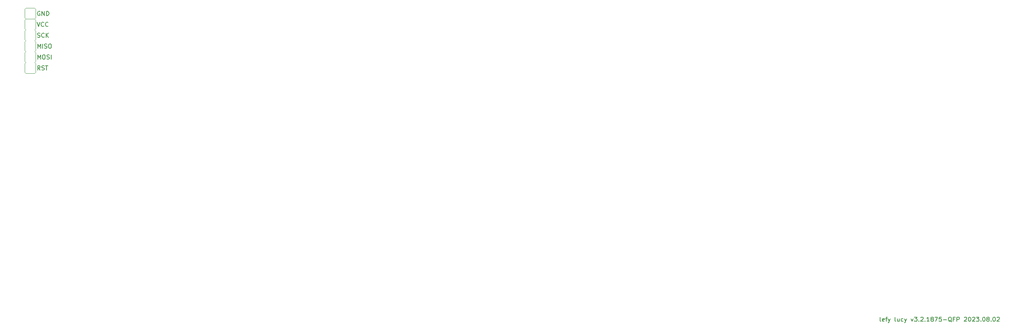
<source format=gbr>
%TF.GenerationSoftware,KiCad,Pcbnew,7.0.1-0*%
%TF.CreationDate,2023-08-02T22:10:15-05:00*%
%TF.ProjectId,pcb,7063622e-6b69-4636-9164-5f7063625858,rev?*%
%TF.SameCoordinates,Original*%
%TF.FileFunction,Legend,Top*%
%TF.FilePolarity,Positive*%
%FSLAX46Y46*%
G04 Gerber Fmt 4.6, Leading zero omitted, Abs format (unit mm)*
G04 Created by KiCad (PCBNEW 7.0.1-0) date 2023-08-02 22:10:15*
%MOMM*%
%LPD*%
G01*
G04 APERTURE LIST*
%ADD10C,0.150000*%
%ADD11C,0.120000*%
G04 APERTURE END LIST*
D10*
X248805952Y-94902619D02*
X248710714Y-94855000D01*
X248710714Y-94855000D02*
X248663095Y-94759761D01*
X248663095Y-94759761D02*
X248663095Y-93902619D01*
X249567857Y-94855000D02*
X249472619Y-94902619D01*
X249472619Y-94902619D02*
X249282143Y-94902619D01*
X249282143Y-94902619D02*
X249186905Y-94855000D01*
X249186905Y-94855000D02*
X249139286Y-94759761D01*
X249139286Y-94759761D02*
X249139286Y-94378809D01*
X249139286Y-94378809D02*
X249186905Y-94283571D01*
X249186905Y-94283571D02*
X249282143Y-94235952D01*
X249282143Y-94235952D02*
X249472619Y-94235952D01*
X249472619Y-94235952D02*
X249567857Y-94283571D01*
X249567857Y-94283571D02*
X249615476Y-94378809D01*
X249615476Y-94378809D02*
X249615476Y-94474047D01*
X249615476Y-94474047D02*
X249139286Y-94569285D01*
X249901191Y-94235952D02*
X250282143Y-94235952D01*
X250044048Y-94902619D02*
X250044048Y-94045476D01*
X250044048Y-94045476D02*
X250091667Y-93950238D01*
X250091667Y-93950238D02*
X250186905Y-93902619D01*
X250186905Y-93902619D02*
X250282143Y-93902619D01*
X250520239Y-94235952D02*
X250758334Y-94902619D01*
X250996429Y-94235952D02*
X250758334Y-94902619D01*
X250758334Y-94902619D02*
X250663096Y-95140714D01*
X250663096Y-95140714D02*
X250615477Y-95188333D01*
X250615477Y-95188333D02*
X250520239Y-95235952D01*
X252282144Y-94902619D02*
X252186906Y-94855000D01*
X252186906Y-94855000D02*
X252139287Y-94759761D01*
X252139287Y-94759761D02*
X252139287Y-93902619D01*
X253091668Y-94235952D02*
X253091668Y-94902619D01*
X252663097Y-94235952D02*
X252663097Y-94759761D01*
X252663097Y-94759761D02*
X252710716Y-94855000D01*
X252710716Y-94855000D02*
X252805954Y-94902619D01*
X252805954Y-94902619D02*
X252948811Y-94902619D01*
X252948811Y-94902619D02*
X253044049Y-94855000D01*
X253044049Y-94855000D02*
X253091668Y-94807380D01*
X253996430Y-94855000D02*
X253901192Y-94902619D01*
X253901192Y-94902619D02*
X253710716Y-94902619D01*
X253710716Y-94902619D02*
X253615478Y-94855000D01*
X253615478Y-94855000D02*
X253567859Y-94807380D01*
X253567859Y-94807380D02*
X253520240Y-94712142D01*
X253520240Y-94712142D02*
X253520240Y-94426428D01*
X253520240Y-94426428D02*
X253567859Y-94331190D01*
X253567859Y-94331190D02*
X253615478Y-94283571D01*
X253615478Y-94283571D02*
X253710716Y-94235952D01*
X253710716Y-94235952D02*
X253901192Y-94235952D01*
X253901192Y-94235952D02*
X253996430Y-94283571D01*
X254329764Y-94235952D02*
X254567859Y-94902619D01*
X254805954Y-94235952D02*
X254567859Y-94902619D01*
X254567859Y-94902619D02*
X254472621Y-95140714D01*
X254472621Y-95140714D02*
X254425002Y-95188333D01*
X254425002Y-95188333D02*
X254329764Y-95235952D01*
X255853574Y-94235952D02*
X256091669Y-94902619D01*
X256091669Y-94902619D02*
X256329764Y-94235952D01*
X256615479Y-93902619D02*
X257234526Y-93902619D01*
X257234526Y-93902619D02*
X256901193Y-94283571D01*
X256901193Y-94283571D02*
X257044050Y-94283571D01*
X257044050Y-94283571D02*
X257139288Y-94331190D01*
X257139288Y-94331190D02*
X257186907Y-94378809D01*
X257186907Y-94378809D02*
X257234526Y-94474047D01*
X257234526Y-94474047D02*
X257234526Y-94712142D01*
X257234526Y-94712142D02*
X257186907Y-94807380D01*
X257186907Y-94807380D02*
X257139288Y-94855000D01*
X257139288Y-94855000D02*
X257044050Y-94902619D01*
X257044050Y-94902619D02*
X256758336Y-94902619D01*
X256758336Y-94902619D02*
X256663098Y-94855000D01*
X256663098Y-94855000D02*
X256615479Y-94807380D01*
X257663098Y-94807380D02*
X257710717Y-94855000D01*
X257710717Y-94855000D02*
X257663098Y-94902619D01*
X257663098Y-94902619D02*
X257615479Y-94855000D01*
X257615479Y-94855000D02*
X257663098Y-94807380D01*
X257663098Y-94807380D02*
X257663098Y-94902619D01*
X258091669Y-93997857D02*
X258139288Y-93950238D01*
X258139288Y-93950238D02*
X258234526Y-93902619D01*
X258234526Y-93902619D02*
X258472621Y-93902619D01*
X258472621Y-93902619D02*
X258567859Y-93950238D01*
X258567859Y-93950238D02*
X258615478Y-93997857D01*
X258615478Y-93997857D02*
X258663097Y-94093095D01*
X258663097Y-94093095D02*
X258663097Y-94188333D01*
X258663097Y-94188333D02*
X258615478Y-94331190D01*
X258615478Y-94331190D02*
X258044050Y-94902619D01*
X258044050Y-94902619D02*
X258663097Y-94902619D01*
X259091669Y-94807380D02*
X259139288Y-94855000D01*
X259139288Y-94855000D02*
X259091669Y-94902619D01*
X259091669Y-94902619D02*
X259044050Y-94855000D01*
X259044050Y-94855000D02*
X259091669Y-94807380D01*
X259091669Y-94807380D02*
X259091669Y-94902619D01*
X260091668Y-94902619D02*
X259520240Y-94902619D01*
X259805954Y-94902619D02*
X259805954Y-93902619D01*
X259805954Y-93902619D02*
X259710716Y-94045476D01*
X259710716Y-94045476D02*
X259615478Y-94140714D01*
X259615478Y-94140714D02*
X259520240Y-94188333D01*
X260663097Y-94331190D02*
X260567859Y-94283571D01*
X260567859Y-94283571D02*
X260520240Y-94235952D01*
X260520240Y-94235952D02*
X260472621Y-94140714D01*
X260472621Y-94140714D02*
X260472621Y-94093095D01*
X260472621Y-94093095D02*
X260520240Y-93997857D01*
X260520240Y-93997857D02*
X260567859Y-93950238D01*
X260567859Y-93950238D02*
X260663097Y-93902619D01*
X260663097Y-93902619D02*
X260853573Y-93902619D01*
X260853573Y-93902619D02*
X260948811Y-93950238D01*
X260948811Y-93950238D02*
X260996430Y-93997857D01*
X260996430Y-93997857D02*
X261044049Y-94093095D01*
X261044049Y-94093095D02*
X261044049Y-94140714D01*
X261044049Y-94140714D02*
X260996430Y-94235952D01*
X260996430Y-94235952D02*
X260948811Y-94283571D01*
X260948811Y-94283571D02*
X260853573Y-94331190D01*
X260853573Y-94331190D02*
X260663097Y-94331190D01*
X260663097Y-94331190D02*
X260567859Y-94378809D01*
X260567859Y-94378809D02*
X260520240Y-94426428D01*
X260520240Y-94426428D02*
X260472621Y-94521666D01*
X260472621Y-94521666D02*
X260472621Y-94712142D01*
X260472621Y-94712142D02*
X260520240Y-94807380D01*
X260520240Y-94807380D02*
X260567859Y-94855000D01*
X260567859Y-94855000D02*
X260663097Y-94902619D01*
X260663097Y-94902619D02*
X260853573Y-94902619D01*
X260853573Y-94902619D02*
X260948811Y-94855000D01*
X260948811Y-94855000D02*
X260996430Y-94807380D01*
X260996430Y-94807380D02*
X261044049Y-94712142D01*
X261044049Y-94712142D02*
X261044049Y-94521666D01*
X261044049Y-94521666D02*
X260996430Y-94426428D01*
X260996430Y-94426428D02*
X260948811Y-94378809D01*
X260948811Y-94378809D02*
X260853573Y-94331190D01*
X261377383Y-93902619D02*
X262044049Y-93902619D01*
X262044049Y-93902619D02*
X261615478Y-94902619D01*
X262901192Y-93902619D02*
X262425002Y-93902619D01*
X262425002Y-93902619D02*
X262377383Y-94378809D01*
X262377383Y-94378809D02*
X262425002Y-94331190D01*
X262425002Y-94331190D02*
X262520240Y-94283571D01*
X262520240Y-94283571D02*
X262758335Y-94283571D01*
X262758335Y-94283571D02*
X262853573Y-94331190D01*
X262853573Y-94331190D02*
X262901192Y-94378809D01*
X262901192Y-94378809D02*
X262948811Y-94474047D01*
X262948811Y-94474047D02*
X262948811Y-94712142D01*
X262948811Y-94712142D02*
X262901192Y-94807380D01*
X262901192Y-94807380D02*
X262853573Y-94855000D01*
X262853573Y-94855000D02*
X262758335Y-94902619D01*
X262758335Y-94902619D02*
X262520240Y-94902619D01*
X262520240Y-94902619D02*
X262425002Y-94855000D01*
X262425002Y-94855000D02*
X262377383Y-94807380D01*
X263377383Y-94521666D02*
X264139288Y-94521666D01*
X265282144Y-94997857D02*
X265186906Y-94950238D01*
X265186906Y-94950238D02*
X265091668Y-94855000D01*
X265091668Y-94855000D02*
X264948811Y-94712142D01*
X264948811Y-94712142D02*
X264853573Y-94664523D01*
X264853573Y-94664523D02*
X264758335Y-94664523D01*
X264805954Y-94902619D02*
X264710716Y-94855000D01*
X264710716Y-94855000D02*
X264615478Y-94759761D01*
X264615478Y-94759761D02*
X264567859Y-94569285D01*
X264567859Y-94569285D02*
X264567859Y-94235952D01*
X264567859Y-94235952D02*
X264615478Y-94045476D01*
X264615478Y-94045476D02*
X264710716Y-93950238D01*
X264710716Y-93950238D02*
X264805954Y-93902619D01*
X264805954Y-93902619D02*
X264996430Y-93902619D01*
X264996430Y-93902619D02*
X265091668Y-93950238D01*
X265091668Y-93950238D02*
X265186906Y-94045476D01*
X265186906Y-94045476D02*
X265234525Y-94235952D01*
X265234525Y-94235952D02*
X265234525Y-94569285D01*
X265234525Y-94569285D02*
X265186906Y-94759761D01*
X265186906Y-94759761D02*
X265091668Y-94855000D01*
X265091668Y-94855000D02*
X264996430Y-94902619D01*
X264996430Y-94902619D02*
X264805954Y-94902619D01*
X265996430Y-94378809D02*
X265663097Y-94378809D01*
X265663097Y-94902619D02*
X265663097Y-93902619D01*
X265663097Y-93902619D02*
X266139287Y-93902619D01*
X266520240Y-94902619D02*
X266520240Y-93902619D01*
X266520240Y-93902619D02*
X266901192Y-93902619D01*
X266901192Y-93902619D02*
X266996430Y-93950238D01*
X266996430Y-93950238D02*
X267044049Y-93997857D01*
X267044049Y-93997857D02*
X267091668Y-94093095D01*
X267091668Y-94093095D02*
X267091668Y-94235952D01*
X267091668Y-94235952D02*
X267044049Y-94331190D01*
X267044049Y-94331190D02*
X266996430Y-94378809D01*
X266996430Y-94378809D02*
X266901192Y-94426428D01*
X266901192Y-94426428D02*
X266520240Y-94426428D01*
X268234526Y-93997857D02*
X268282145Y-93950238D01*
X268282145Y-93950238D02*
X268377383Y-93902619D01*
X268377383Y-93902619D02*
X268615478Y-93902619D01*
X268615478Y-93902619D02*
X268710716Y-93950238D01*
X268710716Y-93950238D02*
X268758335Y-93997857D01*
X268758335Y-93997857D02*
X268805954Y-94093095D01*
X268805954Y-94093095D02*
X268805954Y-94188333D01*
X268805954Y-94188333D02*
X268758335Y-94331190D01*
X268758335Y-94331190D02*
X268186907Y-94902619D01*
X268186907Y-94902619D02*
X268805954Y-94902619D01*
X269425002Y-93902619D02*
X269520240Y-93902619D01*
X269520240Y-93902619D02*
X269615478Y-93950238D01*
X269615478Y-93950238D02*
X269663097Y-93997857D01*
X269663097Y-93997857D02*
X269710716Y-94093095D01*
X269710716Y-94093095D02*
X269758335Y-94283571D01*
X269758335Y-94283571D02*
X269758335Y-94521666D01*
X269758335Y-94521666D02*
X269710716Y-94712142D01*
X269710716Y-94712142D02*
X269663097Y-94807380D01*
X269663097Y-94807380D02*
X269615478Y-94855000D01*
X269615478Y-94855000D02*
X269520240Y-94902619D01*
X269520240Y-94902619D02*
X269425002Y-94902619D01*
X269425002Y-94902619D02*
X269329764Y-94855000D01*
X269329764Y-94855000D02*
X269282145Y-94807380D01*
X269282145Y-94807380D02*
X269234526Y-94712142D01*
X269234526Y-94712142D02*
X269186907Y-94521666D01*
X269186907Y-94521666D02*
X269186907Y-94283571D01*
X269186907Y-94283571D02*
X269234526Y-94093095D01*
X269234526Y-94093095D02*
X269282145Y-93997857D01*
X269282145Y-93997857D02*
X269329764Y-93950238D01*
X269329764Y-93950238D02*
X269425002Y-93902619D01*
X270139288Y-93997857D02*
X270186907Y-93950238D01*
X270186907Y-93950238D02*
X270282145Y-93902619D01*
X270282145Y-93902619D02*
X270520240Y-93902619D01*
X270520240Y-93902619D02*
X270615478Y-93950238D01*
X270615478Y-93950238D02*
X270663097Y-93997857D01*
X270663097Y-93997857D02*
X270710716Y-94093095D01*
X270710716Y-94093095D02*
X270710716Y-94188333D01*
X270710716Y-94188333D02*
X270663097Y-94331190D01*
X270663097Y-94331190D02*
X270091669Y-94902619D01*
X270091669Y-94902619D02*
X270710716Y-94902619D01*
X271044050Y-93902619D02*
X271663097Y-93902619D01*
X271663097Y-93902619D02*
X271329764Y-94283571D01*
X271329764Y-94283571D02*
X271472621Y-94283571D01*
X271472621Y-94283571D02*
X271567859Y-94331190D01*
X271567859Y-94331190D02*
X271615478Y-94378809D01*
X271615478Y-94378809D02*
X271663097Y-94474047D01*
X271663097Y-94474047D02*
X271663097Y-94712142D01*
X271663097Y-94712142D02*
X271615478Y-94807380D01*
X271615478Y-94807380D02*
X271567859Y-94855000D01*
X271567859Y-94855000D02*
X271472621Y-94902619D01*
X271472621Y-94902619D02*
X271186907Y-94902619D01*
X271186907Y-94902619D02*
X271091669Y-94855000D01*
X271091669Y-94855000D02*
X271044050Y-94807380D01*
X272091669Y-94807380D02*
X272139288Y-94855000D01*
X272139288Y-94855000D02*
X272091669Y-94902619D01*
X272091669Y-94902619D02*
X272044050Y-94855000D01*
X272044050Y-94855000D02*
X272091669Y-94807380D01*
X272091669Y-94807380D02*
X272091669Y-94902619D01*
X272758335Y-93902619D02*
X272853573Y-93902619D01*
X272853573Y-93902619D02*
X272948811Y-93950238D01*
X272948811Y-93950238D02*
X272996430Y-93997857D01*
X272996430Y-93997857D02*
X273044049Y-94093095D01*
X273044049Y-94093095D02*
X273091668Y-94283571D01*
X273091668Y-94283571D02*
X273091668Y-94521666D01*
X273091668Y-94521666D02*
X273044049Y-94712142D01*
X273044049Y-94712142D02*
X272996430Y-94807380D01*
X272996430Y-94807380D02*
X272948811Y-94855000D01*
X272948811Y-94855000D02*
X272853573Y-94902619D01*
X272853573Y-94902619D02*
X272758335Y-94902619D01*
X272758335Y-94902619D02*
X272663097Y-94855000D01*
X272663097Y-94855000D02*
X272615478Y-94807380D01*
X272615478Y-94807380D02*
X272567859Y-94712142D01*
X272567859Y-94712142D02*
X272520240Y-94521666D01*
X272520240Y-94521666D02*
X272520240Y-94283571D01*
X272520240Y-94283571D02*
X272567859Y-94093095D01*
X272567859Y-94093095D02*
X272615478Y-93997857D01*
X272615478Y-93997857D02*
X272663097Y-93950238D01*
X272663097Y-93950238D02*
X272758335Y-93902619D01*
X273663097Y-94331190D02*
X273567859Y-94283571D01*
X273567859Y-94283571D02*
X273520240Y-94235952D01*
X273520240Y-94235952D02*
X273472621Y-94140714D01*
X273472621Y-94140714D02*
X273472621Y-94093095D01*
X273472621Y-94093095D02*
X273520240Y-93997857D01*
X273520240Y-93997857D02*
X273567859Y-93950238D01*
X273567859Y-93950238D02*
X273663097Y-93902619D01*
X273663097Y-93902619D02*
X273853573Y-93902619D01*
X273853573Y-93902619D02*
X273948811Y-93950238D01*
X273948811Y-93950238D02*
X273996430Y-93997857D01*
X273996430Y-93997857D02*
X274044049Y-94093095D01*
X274044049Y-94093095D02*
X274044049Y-94140714D01*
X274044049Y-94140714D02*
X273996430Y-94235952D01*
X273996430Y-94235952D02*
X273948811Y-94283571D01*
X273948811Y-94283571D02*
X273853573Y-94331190D01*
X273853573Y-94331190D02*
X273663097Y-94331190D01*
X273663097Y-94331190D02*
X273567859Y-94378809D01*
X273567859Y-94378809D02*
X273520240Y-94426428D01*
X273520240Y-94426428D02*
X273472621Y-94521666D01*
X273472621Y-94521666D02*
X273472621Y-94712142D01*
X273472621Y-94712142D02*
X273520240Y-94807380D01*
X273520240Y-94807380D02*
X273567859Y-94855000D01*
X273567859Y-94855000D02*
X273663097Y-94902619D01*
X273663097Y-94902619D02*
X273853573Y-94902619D01*
X273853573Y-94902619D02*
X273948811Y-94855000D01*
X273948811Y-94855000D02*
X273996430Y-94807380D01*
X273996430Y-94807380D02*
X274044049Y-94712142D01*
X274044049Y-94712142D02*
X274044049Y-94521666D01*
X274044049Y-94521666D02*
X273996430Y-94426428D01*
X273996430Y-94426428D02*
X273948811Y-94378809D01*
X273948811Y-94378809D02*
X273853573Y-94331190D01*
X274472621Y-94807380D02*
X274520240Y-94855000D01*
X274520240Y-94855000D02*
X274472621Y-94902619D01*
X274472621Y-94902619D02*
X274425002Y-94855000D01*
X274425002Y-94855000D02*
X274472621Y-94807380D01*
X274472621Y-94807380D02*
X274472621Y-94902619D01*
X275139287Y-93902619D02*
X275234525Y-93902619D01*
X275234525Y-93902619D02*
X275329763Y-93950238D01*
X275329763Y-93950238D02*
X275377382Y-93997857D01*
X275377382Y-93997857D02*
X275425001Y-94093095D01*
X275425001Y-94093095D02*
X275472620Y-94283571D01*
X275472620Y-94283571D02*
X275472620Y-94521666D01*
X275472620Y-94521666D02*
X275425001Y-94712142D01*
X275425001Y-94712142D02*
X275377382Y-94807380D01*
X275377382Y-94807380D02*
X275329763Y-94855000D01*
X275329763Y-94855000D02*
X275234525Y-94902619D01*
X275234525Y-94902619D02*
X275139287Y-94902619D01*
X275139287Y-94902619D02*
X275044049Y-94855000D01*
X275044049Y-94855000D02*
X274996430Y-94807380D01*
X274996430Y-94807380D02*
X274948811Y-94712142D01*
X274948811Y-94712142D02*
X274901192Y-94521666D01*
X274901192Y-94521666D02*
X274901192Y-94283571D01*
X274901192Y-94283571D02*
X274948811Y-94093095D01*
X274948811Y-94093095D02*
X274996430Y-93997857D01*
X274996430Y-93997857D02*
X275044049Y-93950238D01*
X275044049Y-93950238D02*
X275139287Y-93902619D01*
X275853573Y-93997857D02*
X275901192Y-93950238D01*
X275901192Y-93950238D02*
X275996430Y-93902619D01*
X275996430Y-93902619D02*
X276234525Y-93902619D01*
X276234525Y-93902619D02*
X276329763Y-93950238D01*
X276329763Y-93950238D02*
X276377382Y-93997857D01*
X276377382Y-93997857D02*
X276425001Y-94093095D01*
X276425001Y-94093095D02*
X276425001Y-94188333D01*
X276425001Y-94188333D02*
X276377382Y-94331190D01*
X276377382Y-94331190D02*
X275805954Y-94902619D01*
X275805954Y-94902619D02*
X276425001Y-94902619D01*
%TO.C,J2*%
X52289476Y-28595000D02*
X52432333Y-28642619D01*
X52432333Y-28642619D02*
X52670428Y-28642619D01*
X52670428Y-28642619D02*
X52765666Y-28595000D01*
X52765666Y-28595000D02*
X52813285Y-28547380D01*
X52813285Y-28547380D02*
X52860904Y-28452142D01*
X52860904Y-28452142D02*
X52860904Y-28356904D01*
X52860904Y-28356904D02*
X52813285Y-28261666D01*
X52813285Y-28261666D02*
X52765666Y-28214047D01*
X52765666Y-28214047D02*
X52670428Y-28166428D01*
X52670428Y-28166428D02*
X52479952Y-28118809D01*
X52479952Y-28118809D02*
X52384714Y-28071190D01*
X52384714Y-28071190D02*
X52337095Y-28023571D01*
X52337095Y-28023571D02*
X52289476Y-27928333D01*
X52289476Y-27928333D02*
X52289476Y-27833095D01*
X52289476Y-27833095D02*
X52337095Y-27737857D01*
X52337095Y-27737857D02*
X52384714Y-27690238D01*
X52384714Y-27690238D02*
X52479952Y-27642619D01*
X52479952Y-27642619D02*
X52718047Y-27642619D01*
X52718047Y-27642619D02*
X52860904Y-27690238D01*
X53860904Y-28547380D02*
X53813285Y-28595000D01*
X53813285Y-28595000D02*
X53670428Y-28642619D01*
X53670428Y-28642619D02*
X53575190Y-28642619D01*
X53575190Y-28642619D02*
X53432333Y-28595000D01*
X53432333Y-28595000D02*
X53337095Y-28499761D01*
X53337095Y-28499761D02*
X53289476Y-28404523D01*
X53289476Y-28404523D02*
X53241857Y-28214047D01*
X53241857Y-28214047D02*
X53241857Y-28071190D01*
X53241857Y-28071190D02*
X53289476Y-27880714D01*
X53289476Y-27880714D02*
X53337095Y-27785476D01*
X53337095Y-27785476D02*
X53432333Y-27690238D01*
X53432333Y-27690238D02*
X53575190Y-27642619D01*
X53575190Y-27642619D02*
X53670428Y-27642619D01*
X53670428Y-27642619D02*
X53813285Y-27690238D01*
X53813285Y-27690238D02*
X53860904Y-27737857D01*
X54289476Y-28642619D02*
X54289476Y-27642619D01*
X54860904Y-28642619D02*
X54432333Y-28071190D01*
X54860904Y-27642619D02*
X54289476Y-28214047D01*
X52337095Y-33722619D02*
X52337095Y-32722619D01*
X52337095Y-32722619D02*
X52670428Y-33436904D01*
X52670428Y-33436904D02*
X53003761Y-32722619D01*
X53003761Y-32722619D02*
X53003761Y-33722619D01*
X53670428Y-32722619D02*
X53860904Y-32722619D01*
X53860904Y-32722619D02*
X53956142Y-32770238D01*
X53956142Y-32770238D02*
X54051380Y-32865476D01*
X54051380Y-32865476D02*
X54098999Y-33055952D01*
X54098999Y-33055952D02*
X54098999Y-33389285D01*
X54098999Y-33389285D02*
X54051380Y-33579761D01*
X54051380Y-33579761D02*
X53956142Y-33675000D01*
X53956142Y-33675000D02*
X53860904Y-33722619D01*
X53860904Y-33722619D02*
X53670428Y-33722619D01*
X53670428Y-33722619D02*
X53575190Y-33675000D01*
X53575190Y-33675000D02*
X53479952Y-33579761D01*
X53479952Y-33579761D02*
X53432333Y-33389285D01*
X53432333Y-33389285D02*
X53432333Y-33055952D01*
X53432333Y-33055952D02*
X53479952Y-32865476D01*
X53479952Y-32865476D02*
X53575190Y-32770238D01*
X53575190Y-32770238D02*
X53670428Y-32722619D01*
X54479952Y-33675000D02*
X54622809Y-33722619D01*
X54622809Y-33722619D02*
X54860904Y-33722619D01*
X54860904Y-33722619D02*
X54956142Y-33675000D01*
X54956142Y-33675000D02*
X55003761Y-33627380D01*
X55003761Y-33627380D02*
X55051380Y-33532142D01*
X55051380Y-33532142D02*
X55051380Y-33436904D01*
X55051380Y-33436904D02*
X55003761Y-33341666D01*
X55003761Y-33341666D02*
X54956142Y-33294047D01*
X54956142Y-33294047D02*
X54860904Y-33246428D01*
X54860904Y-33246428D02*
X54670428Y-33198809D01*
X54670428Y-33198809D02*
X54575190Y-33151190D01*
X54575190Y-33151190D02*
X54527571Y-33103571D01*
X54527571Y-33103571D02*
X54479952Y-33008333D01*
X54479952Y-33008333D02*
X54479952Y-32913095D01*
X54479952Y-32913095D02*
X54527571Y-32817857D01*
X54527571Y-32817857D02*
X54575190Y-32770238D01*
X54575190Y-32770238D02*
X54670428Y-32722619D01*
X54670428Y-32722619D02*
X54908523Y-32722619D01*
X54908523Y-32722619D02*
X55051380Y-32770238D01*
X55479952Y-33722619D02*
X55479952Y-32722619D01*
X52908523Y-36262619D02*
X52575190Y-35786428D01*
X52337095Y-36262619D02*
X52337095Y-35262619D01*
X52337095Y-35262619D02*
X52718047Y-35262619D01*
X52718047Y-35262619D02*
X52813285Y-35310238D01*
X52813285Y-35310238D02*
X52860904Y-35357857D01*
X52860904Y-35357857D02*
X52908523Y-35453095D01*
X52908523Y-35453095D02*
X52908523Y-35595952D01*
X52908523Y-35595952D02*
X52860904Y-35691190D01*
X52860904Y-35691190D02*
X52813285Y-35738809D01*
X52813285Y-35738809D02*
X52718047Y-35786428D01*
X52718047Y-35786428D02*
X52337095Y-35786428D01*
X53289476Y-36215000D02*
X53432333Y-36262619D01*
X53432333Y-36262619D02*
X53670428Y-36262619D01*
X53670428Y-36262619D02*
X53765666Y-36215000D01*
X53765666Y-36215000D02*
X53813285Y-36167380D01*
X53813285Y-36167380D02*
X53860904Y-36072142D01*
X53860904Y-36072142D02*
X53860904Y-35976904D01*
X53860904Y-35976904D02*
X53813285Y-35881666D01*
X53813285Y-35881666D02*
X53765666Y-35834047D01*
X53765666Y-35834047D02*
X53670428Y-35786428D01*
X53670428Y-35786428D02*
X53479952Y-35738809D01*
X53479952Y-35738809D02*
X53384714Y-35691190D01*
X53384714Y-35691190D02*
X53337095Y-35643571D01*
X53337095Y-35643571D02*
X53289476Y-35548333D01*
X53289476Y-35548333D02*
X53289476Y-35453095D01*
X53289476Y-35453095D02*
X53337095Y-35357857D01*
X53337095Y-35357857D02*
X53384714Y-35310238D01*
X53384714Y-35310238D02*
X53479952Y-35262619D01*
X53479952Y-35262619D02*
X53718047Y-35262619D01*
X53718047Y-35262619D02*
X53860904Y-35310238D01*
X54146619Y-35262619D02*
X54718047Y-35262619D01*
X54432333Y-36262619D02*
X54432333Y-35262619D01*
X52337095Y-31182619D02*
X52337095Y-30182619D01*
X52337095Y-30182619D02*
X52670428Y-30896904D01*
X52670428Y-30896904D02*
X53003761Y-30182619D01*
X53003761Y-30182619D02*
X53003761Y-31182619D01*
X53479952Y-31182619D02*
X53479952Y-30182619D01*
X53908523Y-31135000D02*
X54051380Y-31182619D01*
X54051380Y-31182619D02*
X54289475Y-31182619D01*
X54289475Y-31182619D02*
X54384713Y-31135000D01*
X54384713Y-31135000D02*
X54432332Y-31087380D01*
X54432332Y-31087380D02*
X54479951Y-30992142D01*
X54479951Y-30992142D02*
X54479951Y-30896904D01*
X54479951Y-30896904D02*
X54432332Y-30801666D01*
X54432332Y-30801666D02*
X54384713Y-30754047D01*
X54384713Y-30754047D02*
X54289475Y-30706428D01*
X54289475Y-30706428D02*
X54098999Y-30658809D01*
X54098999Y-30658809D02*
X54003761Y-30611190D01*
X54003761Y-30611190D02*
X53956142Y-30563571D01*
X53956142Y-30563571D02*
X53908523Y-30468333D01*
X53908523Y-30468333D02*
X53908523Y-30373095D01*
X53908523Y-30373095D02*
X53956142Y-30277857D01*
X53956142Y-30277857D02*
X54003761Y-30230238D01*
X54003761Y-30230238D02*
X54098999Y-30182619D01*
X54098999Y-30182619D02*
X54337094Y-30182619D01*
X54337094Y-30182619D02*
X54479951Y-30230238D01*
X55098999Y-30182619D02*
X55289475Y-30182619D01*
X55289475Y-30182619D02*
X55384713Y-30230238D01*
X55384713Y-30230238D02*
X55479951Y-30325476D01*
X55479951Y-30325476D02*
X55527570Y-30515952D01*
X55527570Y-30515952D02*
X55527570Y-30849285D01*
X55527570Y-30849285D02*
X55479951Y-31039761D01*
X55479951Y-31039761D02*
X55384713Y-31135000D01*
X55384713Y-31135000D02*
X55289475Y-31182619D01*
X55289475Y-31182619D02*
X55098999Y-31182619D01*
X55098999Y-31182619D02*
X55003761Y-31135000D01*
X55003761Y-31135000D02*
X54908523Y-31039761D01*
X54908523Y-31039761D02*
X54860904Y-30849285D01*
X54860904Y-30849285D02*
X54860904Y-30515952D01*
X54860904Y-30515952D02*
X54908523Y-30325476D01*
X54908523Y-30325476D02*
X55003761Y-30230238D01*
X55003761Y-30230238D02*
X55098999Y-30182619D01*
X52194238Y-25102619D02*
X52527571Y-26102619D01*
X52527571Y-26102619D02*
X52860904Y-25102619D01*
X53765666Y-26007380D02*
X53718047Y-26055000D01*
X53718047Y-26055000D02*
X53575190Y-26102619D01*
X53575190Y-26102619D02*
X53479952Y-26102619D01*
X53479952Y-26102619D02*
X53337095Y-26055000D01*
X53337095Y-26055000D02*
X53241857Y-25959761D01*
X53241857Y-25959761D02*
X53194238Y-25864523D01*
X53194238Y-25864523D02*
X53146619Y-25674047D01*
X53146619Y-25674047D02*
X53146619Y-25531190D01*
X53146619Y-25531190D02*
X53194238Y-25340714D01*
X53194238Y-25340714D02*
X53241857Y-25245476D01*
X53241857Y-25245476D02*
X53337095Y-25150238D01*
X53337095Y-25150238D02*
X53479952Y-25102619D01*
X53479952Y-25102619D02*
X53575190Y-25102619D01*
X53575190Y-25102619D02*
X53718047Y-25150238D01*
X53718047Y-25150238D02*
X53765666Y-25197857D01*
X54765666Y-26007380D02*
X54718047Y-26055000D01*
X54718047Y-26055000D02*
X54575190Y-26102619D01*
X54575190Y-26102619D02*
X54479952Y-26102619D01*
X54479952Y-26102619D02*
X54337095Y-26055000D01*
X54337095Y-26055000D02*
X54241857Y-25959761D01*
X54241857Y-25959761D02*
X54194238Y-25864523D01*
X54194238Y-25864523D02*
X54146619Y-25674047D01*
X54146619Y-25674047D02*
X54146619Y-25531190D01*
X54146619Y-25531190D02*
X54194238Y-25340714D01*
X54194238Y-25340714D02*
X54241857Y-25245476D01*
X54241857Y-25245476D02*
X54337095Y-25150238D01*
X54337095Y-25150238D02*
X54479952Y-25102619D01*
X54479952Y-25102619D02*
X54575190Y-25102619D01*
X54575190Y-25102619D02*
X54718047Y-25150238D01*
X54718047Y-25150238D02*
X54765666Y-25197857D01*
X52860904Y-22610238D02*
X52765666Y-22562619D01*
X52765666Y-22562619D02*
X52622809Y-22562619D01*
X52622809Y-22562619D02*
X52479952Y-22610238D01*
X52479952Y-22610238D02*
X52384714Y-22705476D01*
X52384714Y-22705476D02*
X52337095Y-22800714D01*
X52337095Y-22800714D02*
X52289476Y-22991190D01*
X52289476Y-22991190D02*
X52289476Y-23134047D01*
X52289476Y-23134047D02*
X52337095Y-23324523D01*
X52337095Y-23324523D02*
X52384714Y-23419761D01*
X52384714Y-23419761D02*
X52479952Y-23515000D01*
X52479952Y-23515000D02*
X52622809Y-23562619D01*
X52622809Y-23562619D02*
X52718047Y-23562619D01*
X52718047Y-23562619D02*
X52860904Y-23515000D01*
X52860904Y-23515000D02*
X52908523Y-23467380D01*
X52908523Y-23467380D02*
X52908523Y-23134047D01*
X52908523Y-23134047D02*
X52718047Y-23134047D01*
X53337095Y-23562619D02*
X53337095Y-22562619D01*
X53337095Y-22562619D02*
X53908523Y-23562619D01*
X53908523Y-23562619D02*
X53908523Y-22562619D01*
X54384714Y-23562619D02*
X54384714Y-22562619D01*
X54384714Y-22562619D02*
X54622809Y-22562619D01*
X54622809Y-22562619D02*
X54765666Y-22610238D01*
X54765666Y-22610238D02*
X54860904Y-22705476D01*
X54860904Y-22705476D02*
X54908523Y-22800714D01*
X54908523Y-22800714D02*
X54956142Y-22991190D01*
X54956142Y-22991190D02*
X54956142Y-23134047D01*
X54956142Y-23134047D02*
X54908523Y-23324523D01*
X54908523Y-23324523D02*
X54860904Y-23419761D01*
X54860904Y-23419761D02*
X54765666Y-23515000D01*
X54765666Y-23515000D02*
X54622809Y-23562619D01*
X54622809Y-23562619D02*
X54384714Y-23562619D01*
D11*
X51845000Y-36816000D02*
X51591000Y-37070000D01*
X51845000Y-34784000D02*
X51845000Y-36816000D01*
X51845000Y-34784000D02*
X51591000Y-34530000D01*
X51845000Y-34276000D02*
X51591000Y-34530000D01*
X51845000Y-32244000D02*
X51845000Y-34276000D01*
X51845000Y-32244000D02*
X51591000Y-31990000D01*
X51845000Y-31736000D02*
X51591000Y-31990000D01*
X51845000Y-29704000D02*
X51845000Y-31736000D01*
X51845000Y-29704000D02*
X51591000Y-29450000D01*
X51845000Y-29196000D02*
X51591000Y-29450000D01*
X51845000Y-27164000D02*
X51845000Y-29196000D01*
X51845000Y-27164000D02*
X51591000Y-26910000D01*
X51845000Y-26656000D02*
X51591000Y-26910000D01*
X51845000Y-24624000D02*
X51845000Y-26656000D01*
X51845000Y-24624000D02*
X51591000Y-24370000D01*
X51845000Y-24116000D02*
X51845000Y-22084000D01*
X51845000Y-24116000D02*
X51591000Y-24370000D01*
X51845000Y-22084000D02*
X51591000Y-21830000D01*
X51591000Y-21830000D02*
X49559000Y-21830000D01*
X49559000Y-37070000D02*
X51591000Y-37070000D01*
X49559000Y-24370000D02*
X51591000Y-24370000D01*
X49305000Y-36816000D02*
X49559000Y-37070000D01*
X49305000Y-34784000D02*
X49559000Y-34530000D01*
X49305000Y-34784000D02*
X49305000Y-36816000D01*
X49305000Y-34276000D02*
X49559000Y-34530000D01*
X49305000Y-32244000D02*
X49559000Y-31990000D01*
X49305000Y-32244000D02*
X49305000Y-34276000D01*
X49305000Y-31736000D02*
X49559000Y-31990000D01*
X49305000Y-29704000D02*
X49559000Y-29450000D01*
X49305000Y-29704000D02*
X49305000Y-31736000D01*
X49305000Y-29196000D02*
X49559000Y-29450000D01*
X49305000Y-27164000D02*
X49559000Y-26910000D01*
X49305000Y-27164000D02*
X49305000Y-29196000D01*
X49305000Y-26656000D02*
X49559000Y-26910000D01*
X49305000Y-24624000D02*
X49559000Y-24370000D01*
X49305000Y-24624000D02*
X49305000Y-26656000D01*
X49305000Y-24116000D02*
X49559000Y-24370000D01*
X49305000Y-24116000D02*
X49305000Y-22084000D01*
X49305000Y-22084000D02*
X49559000Y-21830000D01*
%TD*%
M02*

</source>
